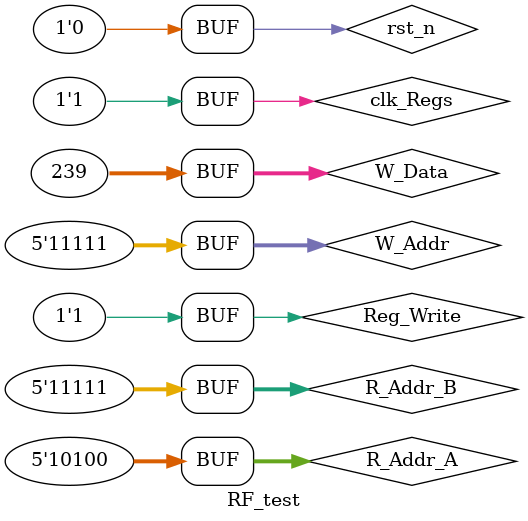
<source format=v>
`timescale 1ns / 1ps


module RF_test;
    reg Reg_Write, clk_Regs, rst_n;
    reg [4:0] R_Addr_A, R_Addr_B, W_Addr;
    reg [31:0] W_Data;
    wire [31:0] R_Data_A, R_Data_B;

    RF rf(Reg_Write, clk_Regs, rst_n, R_Addr_A, R_Addr_B, W_Addr, W_Data, R_Data_A, R_Data_B);

    initial 
    begin
        Reg_Write=1;
        W_Data=8'h23332333;
        W_Addr=0;
        clk_Regs=0;
        R_Addr_A=0;
        R_Addr_B=7;
        rst_n=1;
        #100;
        clk_Regs<=1;
        #100;
        clk_Regs<=0;
        R_Addr_A<=20;
        Reg_Write<=0;
        W_Addr<=20;
        #100;
        clk_Regs<=1;
        #100;
        R_Addr_B<=31;
        clk_Regs<=0;
        Reg_Write<=1;
        W_Addr<=31;
        W_Data<=8'hefefefef;
        #100;
        clk_Regs<=1;
        #100;
        rst_n<=0;
    end
endmodule

</source>
